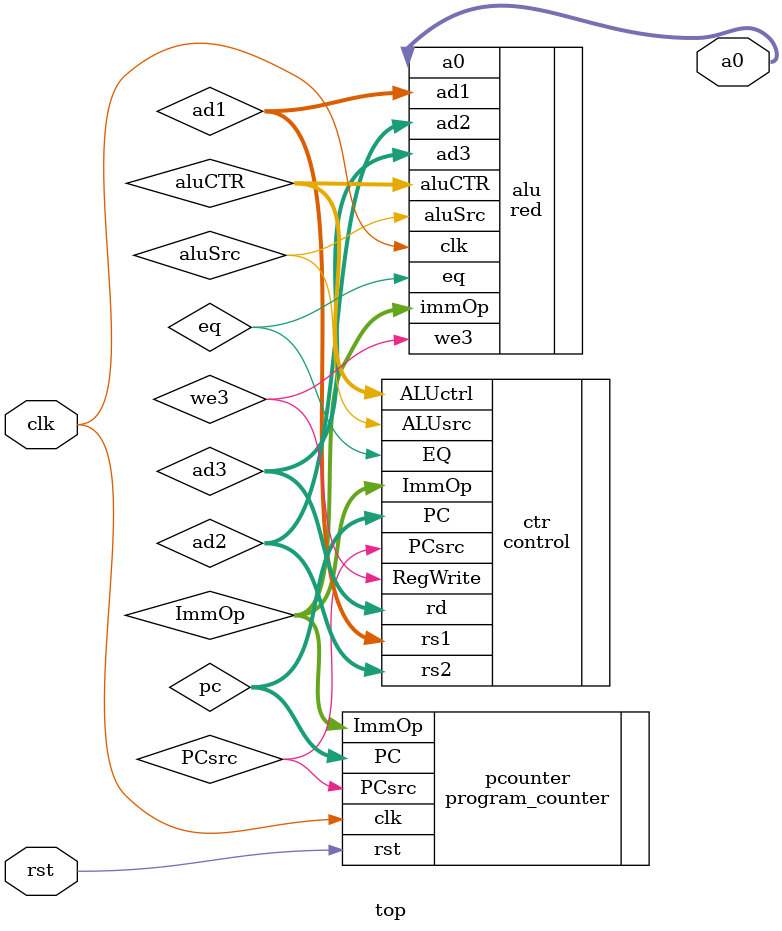
<source format=sv>
module top(
    input logic clk,
    input logic rst,
    output logic [31:0] a0
);

    logic PCsrc;
    logic [31:0] ImmOp;
    logic [31:0] pc;
    logic [4:0] ad1;
    logic [4:0] ad2;
    logic [4:0] ad3;
    logic we3;
    logic aluSrc;
    logic [2:0] aluCTR;
    logic eq;

program_counter pcounter(
    .clk (clk),
    .rst (rst),
    .PCsrc (PCsrc),
    .ImmOp (ImmOp),
    .PC (pc)
);

control ctr(
    .PC (pc),
    .EQ (eq),
    .rs1 (ad1),
    .rs2 (ad2),
    .rd (ad3),
    .RegWrite (we3),
    .ALUctrl (aluCTR),
    .ALUsrc (aluSrc),
    //.ImmSrc (immSrc),
    .PCsrc (PCsrc),
    .ImmOp (ImmOp)
);

red alu(
    .clk (clk),
    .a0 (a0),
    .ad1 (ad1),
    .ad2 (ad2),
    .ad3 (ad3),
    .we3 (we3),
    .aluSrc (aluSrc),
    .aluCTR (aluCTR),
    .eq (eq),
    .immOp (ImmOp)
);

endmodule

</source>
